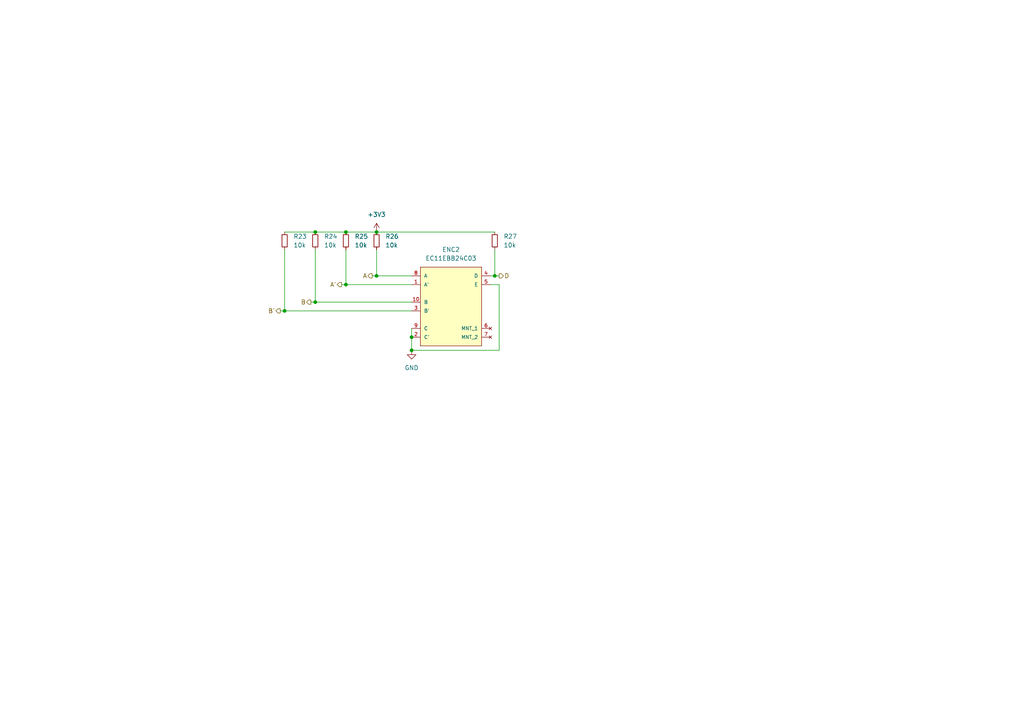
<source format=kicad_sch>
(kicad_sch (version 20211123) (generator eeschema)
  (paper "A4")
  (lib_symbols
    (symbol "Device:R_Small" (pin_numbers hide) (pin_names (offset 0.254) hide)
      (property "Reference" "R" (at 0.762 0.508 0))
      (property "Value" "R_Small" (at 0.762 -1.016 0))
      (symbol "R_Small_0_1"
        (rectangle (start -0.762 1.778) (end 0.762 -1.778) (stroke (width 0.2032)))
      )
      (symbol "R_Small_1_1"
        (pin passive line (at 0 2.54 270) (length 0.762) (name "~") (number "1"))
        (pin passive line (at 0 -2.54 90) (length 0.762) (name "~") (number "2"))
      )
    )
    (symbol "Generic-radio-stack:EC11EBB24C03" (pin_names (offset 1.016))
      (property "Reference" "ENC" (at 0 5.08 0))
      (property "Value" "EC11EBB24C03" (at 0 7.62 0))
      (symbol "EC11EBB24C03_1_1"
        (rectangle (start 5.08 2.54) (end 22.86 -20.32) (fill (type background)))
        (pin output line (at 2.54 -2.54 0) (length 2.54) (name "A'") (number "1"))
        (pin output line (at 2.54 -7.62 0) (length 2.54) (name "B") (number "10"))
        (pin passive line (at 2.54 -17.78 0) (length 2.54) (name "C'") (number "2"))
        (pin output line (at 2.54 -10.16 0) (length 2.54) (name "B'") (number "3"))
        (pin output line (at 25.4 0 180) (length 2.54) (name "D") (number "4"))
        (pin passive line (at 25.4 -2.54 180) (length 2.54) (name "E") (number "5"))
        (pin no_connect line (at 25.4 -15.24 180) (length 2.54) (name "MNT_1") (number "6"))
        (pin no_connect line (at 25.4 -17.78 180) (length 2.54) (name "MNT_2") (number "7"))
        (pin output line (at 2.54 0 0) (length 2.54) (name "A") (number "8"))
        (pin passive line (at 2.54 -15.24 0) (length 2.54) (name "C") (number "9"))
      )
    )
    (symbol "power:+3V3" (power) (pin_names (offset 0))
      (property "Value" "+3V3" (at 0 3.556 0))
      (symbol "+3V3_0_1"
        (polyline (pts (xy -0.762 1.27) (xy 0 2.54)))
        (polyline (pts (xy 0 0) (xy 0 2.54)))
        (polyline (pts (xy 0 2.54) (xy 0.762 1.27)))
      )
      (symbol "+3V3_1_1"
        (pin power_in line (at 0 0 90) (length 0) hide (name "+3V3") (number "1"))
      )
    )
    (symbol "power:GND" (power) (pin_names (offset 0))
      (property "Value" "GND" (at 0 -3.81 0))
      (symbol "GND_0_1"
        (polyline (pts (xy 0 0) (xy 0 -1.27) (xy 1.27 -1.27) (xy 0 -2.54) (xy -1.27 -1.27) (xy 0 -1.27)))
      )
      (symbol "GND_1_1"
        (pin power_in line (at 0 0 270) (length 0) hide (name "GND") (number "1"))
      )
    )
  )
  (junction (at 109.22 67.31))
  (junction (at 119.38 97.79))
  (junction (at 119.38 101.6))
  (junction (at 91.44 87.63))
  (junction (at 109.22 80.01))
  (junction (at 100.33 82.55))
  (junction (at 91.44 67.31))
  (junction (at 100.33 67.31))
  (junction (at 82.55 90.17))
  (junction (at 143.51 80.01))
  (wire (pts (xy 82.55 67.31) (xy 91.44 67.31)))
  (wire (pts (xy 91.44 72.39) (xy 91.44 87.63)))
  (wire (pts (xy 82.55 72.39) (xy 82.55 90.17)))
  (wire (pts (xy 143.51 72.39) (xy 143.51 80.01)))
  (wire (pts (xy 81.28 90.17) (xy 82.55 90.17)))
  (wire (pts (xy 119.38 80.01) (xy 109.22 80.01)))
  (wire (pts (xy 143.51 80.01) (xy 144.78 80.01)))
  (wire (pts (xy 119.38 95.25) (xy 119.38 97.79)))
  (wire (pts (xy 99.06 82.55) (xy 100.33 82.55)))
  (wire (pts (xy 109.22 67.31) (xy 143.51 67.31)))
  (wire (pts (xy 142.24 82.55) (xy 144.78 82.55)))
  (wire (pts (xy 142.24 80.01) (xy 143.51 80.01)))
  (wire (pts (xy 90.17 87.63) (xy 91.44 87.63)))
  (wire (pts (xy 107.95 80.01) (xy 109.22 80.01)))
  (wire (pts (xy 91.44 87.63) (xy 119.38 87.63)))
  (wire (pts (xy 144.78 101.6) (xy 119.38 101.6)))
  (wire (pts (xy 100.33 82.55) (xy 119.38 82.55)))
  (wire (pts (xy 109.22 80.01) (xy 109.22 72.39)))
  (wire (pts (xy 100.33 72.39) (xy 100.33 82.55)))
  (wire (pts (xy 91.44 67.31) (xy 100.33 67.31)))
  (wire (pts (xy 82.55 90.17) (xy 119.38 90.17)))
  (wire (pts (xy 119.38 97.79) (xy 119.38 101.6)))
  (wire (pts (xy 144.78 82.55) (xy 144.78 101.6)))
  (wire (pts (xy 100.33 67.31) (xy 109.22 67.31)))
  (hierarchical_label "B'" (shape output) (at 81.28 90.17 180))
  (hierarchical_label "D" (shape output) (at 144.78 80.01 0))
  (hierarchical_label "A'" (shape output) (at 99.06 82.55 180))
  (hierarchical_label "B" (shape output) (at 90.17 87.63 180))
  (hierarchical_label "A" (shape output) (at 107.95 80.01 180))
  (symbol (lib_id "Device:R_Small") (at 143.51 69.85 0)
    (property "Reference" "R27" (at 146.05 68.5799 0) (effects (justify left)))
    (property "Value" "10k" (at 146.05 71.1199 0) (effects (justify left)))
    (property "Footprint" "Generic-radio-stack:Perfect_0402" (effects hide))
  )
  (symbol (lib_id "power:+3V3") (at 109.22 67.31 0)
    (property "Reference" "#PWR048" (effects hide))
    (property "Value" "+3V3" (at 109.22 62.23 0))
  )
  (symbol (lib_id "Device:R_Small") (at 100.33 69.85 0)
    (property "Reference" "R25" (at 102.87 68.5799 0) (effects (justify left)))
    (property "Value" "10k" (at 102.87 71.1199 0) (effects (justify left)))
    (property "Footprint" "Generic-radio-stack:Perfect_0402" (effects hide))
  )
  (symbol (lib_id "Generic-radio-stack:EC11EBB24C03") (at 116.84 80.01 0)
    (property "Reference" "ENC2" (at 130.81 72.39 0))
    (property "Value" "EC11EBB24C03" (at 130.81 74.93 0))
    (property "Footprint" "Generic-radio-stack:ALPS-EC11EBB24C03-0" (effects hide))
    (property "Datasheet" "http://www.alps.com/prod/info/E/HTML/Encoder/Incremental/EC11/EC11EBB24C03.html" (effects hide))
    (property "Mounting Style" "PCB Mount" (effects hide))
    (property "Number of Channels" "2 Channel" (effects hide))
    (property "Number of Detents" "30 Detent" (effects hide))
    (property "Operating life (cycles)" "15000" (effects hide))
    (property "Output Type" "Quadrature" (effects hide))
    (property "Rating" "10mA 5VDC" (effects hide))
    (property "Resolution" "15 PPR" (effects hide))
    (property "Technology" "Rotary" (effects hide))
    (property "Termination Style" "Through Hole" (effects hide))
    (property "Type" "Incremental" (effects hide))
    (property "category" "Enc" (effects hide))
    (property "lead free" "yes" (effects hide))
    (property "library id" "d2b5fb0d25cfef44" (effects hide))
    (property "manufacturer" "ALPS" (effects hide))
    (property "mouser part number" "688-EC11EBB24C03" (effects hide))
    (property "package" "ENCODER_PTH_11MM7X12MM0" (effects hide))
    (property "rohs" "yes" (effects hide))
    (property "temperature range high" "+85°C" (effects hide))
    (property "temperature range low" "-40°C" (effects hide))
  )
  (symbol (lib_id "power:GND") (at 119.38 101.6 0)
    (property "Reference" "#PWR049" (effects hide))
    (property "Value" "GND" (at 119.38 106.68 0))
  )
  (symbol (lib_id "Device:R_Small") (at 109.22 69.85 0)
    (property "Reference" "R26" (at 111.76 68.5799 0) (effects (justify left)))
    (property "Value" "10k" (at 111.76 71.1199 0) (effects (justify left)))
    (property "Footprint" "Generic-radio-stack:Perfect_0402" (effects hide))
  )
  (symbol (lib_id "Device:R_Small") (at 91.44 69.85 0)
    (property "Reference" "R24" (at 93.98 68.5799 0) (effects (justify left)))
    (property "Value" "10k" (at 93.98 71.1199 0) (effects (justify left)))
    (property "Footprint" "Generic-radio-stack:Perfect_0402" (effects hide))
  )
  (symbol (lib_id "Device:R_Small") (at 82.55 69.85 0)
    (property "Reference" "R23" (at 85.09 68.5799 0) (effects (justify left)))
    (property "Value" "10k" (at 85.09 71.1199 0) (effects (justify left)))
    (property "Footprint" "Generic-radio-stack:Perfect_0402" (effects hide))
  )
)
</source>
